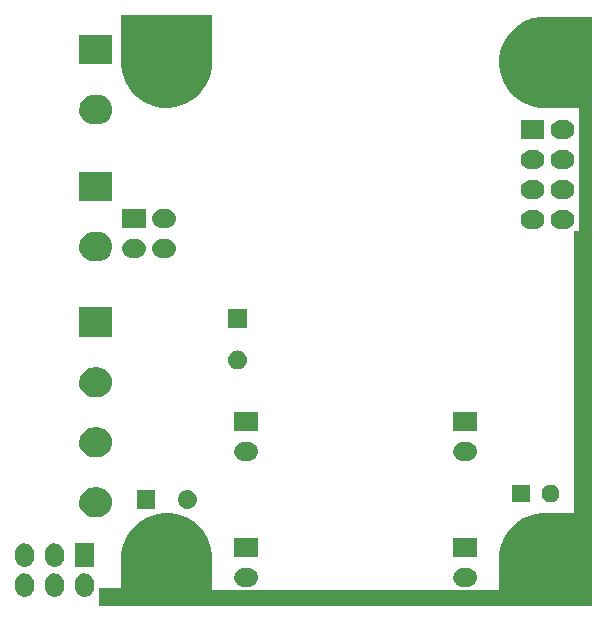
<source format=gbs>
G04 #@! TF.FileFunction,Soldermask,Bot*
%FSLAX46Y46*%
G04 Gerber Fmt 4.6, Leading zero omitted, Abs format (unit mm)*
G04 Created by KiCad (PCBNEW 4.0.0-rc1-stable) date 2016-02-04 20:32:03*
%MOMM*%
G01*
G04 APERTURE LIST*
%ADD10C,0.100000*%
G04 APERTURE END LIST*
D10*
G36*
X96037191Y-50149998D02*
X96037715Y-50150000D01*
X100000000Y-50150000D01*
X100000000Y-100000000D01*
X58250000Y-100000000D01*
X58250000Y-98500000D01*
X60075000Y-98500000D01*
X60095895Y-98497031D01*
X60115135Y-98488358D01*
X60131197Y-98474668D01*
X60142809Y-98457046D01*
X60149052Y-98436886D01*
X60150000Y-98425000D01*
X60150000Y-96358134D01*
X60148768Y-96344595D01*
X60144937Y-96323720D01*
X60155478Y-95568766D01*
X60312457Y-94830243D01*
X60609893Y-94136272D01*
X61036457Y-93513291D01*
X61575901Y-92985028D01*
X62207675Y-92571607D01*
X62907725Y-92288768D01*
X63649380Y-92147290D01*
X64404381Y-92152562D01*
X65143983Y-92304380D01*
X65840015Y-92596964D01*
X66465958Y-93019169D01*
X66997977Y-93554914D01*
X67415798Y-94183786D01*
X67703515Y-94881840D01*
X67850065Y-95621970D01*
X67850065Y-95621977D01*
X67850166Y-95622488D01*
X67845254Y-95974281D01*
X67846447Y-95988112D01*
X67848684Y-96000000D01*
X67850000Y-96000000D01*
X67850000Y-98575000D01*
X67852969Y-98595895D01*
X67861642Y-98615135D01*
X67875332Y-98631197D01*
X67892954Y-98642809D01*
X67913114Y-98649052D01*
X67925000Y-98650000D01*
X92075000Y-98650000D01*
X92095895Y-98647031D01*
X92115135Y-98638358D01*
X92131197Y-98624668D01*
X92142809Y-98607046D01*
X92149052Y-98586886D01*
X92150000Y-98575000D01*
X92150000Y-96358134D01*
X92148768Y-96344595D01*
X92144937Y-96323720D01*
X92155478Y-95568766D01*
X92312457Y-94830243D01*
X92609893Y-94136272D01*
X93036457Y-93513291D01*
X93575901Y-92985028D01*
X94207675Y-92571607D01*
X94907725Y-92288768D01*
X95649380Y-92147290D01*
X96037191Y-92149998D01*
X96037715Y-92150000D01*
X98425000Y-92150000D01*
X98445895Y-92147031D01*
X98465135Y-92138358D01*
X98481197Y-92124668D01*
X98492809Y-92107046D01*
X98499052Y-92086886D01*
X98500000Y-92075000D01*
X98500000Y-68300000D01*
X98875000Y-68300000D01*
X98895895Y-68297031D01*
X98915135Y-68288358D01*
X98931197Y-68274668D01*
X98942809Y-68257046D01*
X98949052Y-68236886D01*
X98950000Y-68225000D01*
X98950000Y-57952675D01*
X98947031Y-57931780D01*
X98938358Y-57912540D01*
X98924668Y-57896478D01*
X98907046Y-57884866D01*
X98886886Y-57878623D01*
X98875000Y-57877675D01*
X96000000Y-57877675D01*
X96000000Y-57875868D01*
X95996963Y-57873793D01*
X95992200Y-57868285D01*
X95974495Y-57856798D01*
X95944505Y-57849850D01*
X95541934Y-57841417D01*
X94804528Y-57679287D01*
X94112653Y-57377015D01*
X93492660Y-56946109D01*
X92968182Y-56402995D01*
X92559174Y-55768340D01*
X92281234Y-55066342D01*
X92144937Y-54323720D01*
X92155478Y-53568766D01*
X92312457Y-52830243D01*
X92609893Y-52136272D01*
X93036457Y-51513291D01*
X93575901Y-50985028D01*
X94207675Y-50571607D01*
X94907725Y-50288768D01*
X95649380Y-50147290D01*
X96037191Y-50149998D01*
X96037191Y-50149998D01*
G37*
G36*
X52120789Y-97281491D02*
X52120800Y-97281495D01*
X52120862Y-97281501D01*
X52270012Y-97327670D01*
X52407354Y-97401931D01*
X52527657Y-97501454D01*
X52626337Y-97622448D01*
X52699637Y-97760305D01*
X52744764Y-97909774D01*
X52760000Y-98065161D01*
X52760000Y-98474966D01*
X52759944Y-98482959D01*
X52759943Y-98482966D01*
X52759922Y-98486009D01*
X52742518Y-98641168D01*
X52695308Y-98789993D01*
X52620091Y-98926813D01*
X52519731Y-99046417D01*
X52398051Y-99144250D01*
X52259685Y-99216586D01*
X52109905Y-99260669D01*
X52109848Y-99260674D01*
X52109835Y-99260678D01*
X51954418Y-99274822D01*
X51799211Y-99258509D01*
X51799200Y-99258505D01*
X51799138Y-99258499D01*
X51649988Y-99212330D01*
X51512646Y-99138069D01*
X51392343Y-99038546D01*
X51293663Y-98917552D01*
X51220363Y-98779695D01*
X51175236Y-98630226D01*
X51160000Y-98474839D01*
X51160000Y-98065034D01*
X51160056Y-98057041D01*
X51160057Y-98057034D01*
X51160078Y-98053991D01*
X51177482Y-97898832D01*
X51224692Y-97750007D01*
X51299909Y-97613187D01*
X51400269Y-97493583D01*
X51521949Y-97395750D01*
X51660315Y-97323414D01*
X51810095Y-97279331D01*
X51810152Y-97279326D01*
X51810165Y-97279322D01*
X51965582Y-97265178D01*
X52120789Y-97281491D01*
X52120789Y-97281491D01*
G37*
G36*
X54660789Y-97281491D02*
X54660800Y-97281495D01*
X54660862Y-97281501D01*
X54810012Y-97327670D01*
X54947354Y-97401931D01*
X55067657Y-97501454D01*
X55166337Y-97622448D01*
X55239637Y-97760305D01*
X55284764Y-97909774D01*
X55300000Y-98065161D01*
X55300000Y-98474966D01*
X55299944Y-98482959D01*
X55299943Y-98482966D01*
X55299922Y-98486009D01*
X55282518Y-98641168D01*
X55235308Y-98789993D01*
X55160091Y-98926813D01*
X55059731Y-99046417D01*
X54938051Y-99144250D01*
X54799685Y-99216586D01*
X54649905Y-99260669D01*
X54649848Y-99260674D01*
X54649835Y-99260678D01*
X54494418Y-99274822D01*
X54339211Y-99258509D01*
X54339200Y-99258505D01*
X54339138Y-99258499D01*
X54189988Y-99212330D01*
X54052646Y-99138069D01*
X53932343Y-99038546D01*
X53833663Y-98917552D01*
X53760363Y-98779695D01*
X53715236Y-98630226D01*
X53700000Y-98474839D01*
X53700000Y-98065034D01*
X53700056Y-98057041D01*
X53700057Y-98057034D01*
X53700078Y-98053991D01*
X53717482Y-97898832D01*
X53764692Y-97750007D01*
X53839909Y-97613187D01*
X53940269Y-97493583D01*
X54061949Y-97395750D01*
X54200315Y-97323414D01*
X54350095Y-97279331D01*
X54350152Y-97279326D01*
X54350165Y-97279322D01*
X54505582Y-97265178D01*
X54660789Y-97281491D01*
X54660789Y-97281491D01*
G37*
G36*
X57200789Y-97281491D02*
X57200800Y-97281495D01*
X57200862Y-97281501D01*
X57350012Y-97327670D01*
X57487354Y-97401931D01*
X57607657Y-97501454D01*
X57706337Y-97622448D01*
X57779637Y-97760305D01*
X57824764Y-97909774D01*
X57840000Y-98065161D01*
X57840000Y-98474966D01*
X57839944Y-98482959D01*
X57839943Y-98482966D01*
X57839922Y-98486009D01*
X57822518Y-98641168D01*
X57775308Y-98789993D01*
X57700091Y-98926813D01*
X57599731Y-99046417D01*
X57478051Y-99144250D01*
X57339685Y-99216586D01*
X57189905Y-99260669D01*
X57189848Y-99260674D01*
X57189835Y-99260678D01*
X57034418Y-99274822D01*
X56879211Y-99258509D01*
X56879200Y-99258505D01*
X56879138Y-99258499D01*
X56729988Y-99212330D01*
X56592646Y-99138069D01*
X56472343Y-99038546D01*
X56373663Y-98917552D01*
X56300363Y-98779695D01*
X56255236Y-98630226D01*
X56240000Y-98474839D01*
X56240000Y-98065034D01*
X56240056Y-98057041D01*
X56240057Y-98057034D01*
X56240078Y-98053991D01*
X56257482Y-97898832D01*
X56304692Y-97750007D01*
X56379909Y-97613187D01*
X56480269Y-97493583D01*
X56601949Y-97395750D01*
X56740315Y-97323414D01*
X56890095Y-97279331D01*
X56890152Y-97279326D01*
X56890165Y-97279322D01*
X57045582Y-97265178D01*
X57200789Y-97281491D01*
X57200789Y-97281491D01*
G37*
G36*
X70941959Y-96804056D02*
X70941966Y-96804057D01*
X70945009Y-96804078D01*
X71100168Y-96821482D01*
X71248993Y-96868692D01*
X71385813Y-96943909D01*
X71505417Y-97044269D01*
X71603250Y-97165949D01*
X71675586Y-97304315D01*
X71719669Y-97454095D01*
X71719674Y-97454152D01*
X71719678Y-97454165D01*
X71733822Y-97609582D01*
X71717509Y-97764789D01*
X71717505Y-97764800D01*
X71717499Y-97764862D01*
X71671330Y-97914012D01*
X71597069Y-98051354D01*
X71497546Y-98171657D01*
X71376552Y-98270337D01*
X71238695Y-98343637D01*
X71089226Y-98388764D01*
X70933839Y-98404000D01*
X70524034Y-98404000D01*
X70516041Y-98403944D01*
X70516034Y-98403943D01*
X70512991Y-98403922D01*
X70357832Y-98386518D01*
X70209007Y-98339308D01*
X70072187Y-98264091D01*
X69952583Y-98163731D01*
X69854750Y-98042051D01*
X69782414Y-97903685D01*
X69738331Y-97753905D01*
X69738326Y-97753848D01*
X69738322Y-97753835D01*
X69724178Y-97598418D01*
X69740491Y-97443211D01*
X69740495Y-97443200D01*
X69740501Y-97443138D01*
X69786670Y-97293988D01*
X69860931Y-97156646D01*
X69960454Y-97036343D01*
X70081448Y-96937663D01*
X70219305Y-96864363D01*
X70368774Y-96819236D01*
X70524161Y-96804000D01*
X70933966Y-96804000D01*
X70941959Y-96804056D01*
X70941959Y-96804056D01*
G37*
G36*
X89483959Y-96804056D02*
X89483966Y-96804057D01*
X89487009Y-96804078D01*
X89642168Y-96821482D01*
X89790993Y-96868692D01*
X89927813Y-96943909D01*
X90047417Y-97044269D01*
X90145250Y-97165949D01*
X90217586Y-97304315D01*
X90261669Y-97454095D01*
X90261674Y-97454152D01*
X90261678Y-97454165D01*
X90275822Y-97609582D01*
X90259509Y-97764789D01*
X90259505Y-97764800D01*
X90259499Y-97764862D01*
X90213330Y-97914012D01*
X90139069Y-98051354D01*
X90039546Y-98171657D01*
X89918552Y-98270337D01*
X89780695Y-98343637D01*
X89631226Y-98388764D01*
X89475839Y-98404000D01*
X89066034Y-98404000D01*
X89058041Y-98403944D01*
X89058034Y-98403943D01*
X89054991Y-98403922D01*
X88899832Y-98386518D01*
X88751007Y-98339308D01*
X88614187Y-98264091D01*
X88494583Y-98163731D01*
X88396750Y-98042051D01*
X88324414Y-97903685D01*
X88280331Y-97753905D01*
X88280326Y-97753848D01*
X88280322Y-97753835D01*
X88266178Y-97598418D01*
X88282491Y-97443211D01*
X88282495Y-97443200D01*
X88282501Y-97443138D01*
X88328670Y-97293988D01*
X88402931Y-97156646D01*
X88502454Y-97036343D01*
X88623448Y-96937663D01*
X88761305Y-96864363D01*
X88910774Y-96819236D01*
X89066161Y-96804000D01*
X89475966Y-96804000D01*
X89483959Y-96804056D01*
X89483959Y-96804056D01*
G37*
G36*
X54660789Y-94741491D02*
X54660800Y-94741495D01*
X54660862Y-94741501D01*
X54810012Y-94787670D01*
X54947354Y-94861931D01*
X55067657Y-94961454D01*
X55166337Y-95082448D01*
X55239637Y-95220305D01*
X55284764Y-95369774D01*
X55300000Y-95525161D01*
X55300000Y-95934966D01*
X55299944Y-95942959D01*
X55299943Y-95942966D01*
X55299922Y-95946009D01*
X55282518Y-96101168D01*
X55235308Y-96249993D01*
X55160091Y-96386813D01*
X55059731Y-96506417D01*
X54938051Y-96604250D01*
X54799685Y-96676586D01*
X54649905Y-96720669D01*
X54649848Y-96720674D01*
X54649835Y-96720678D01*
X54494418Y-96734822D01*
X54339211Y-96718509D01*
X54339200Y-96718505D01*
X54339138Y-96718499D01*
X54189988Y-96672330D01*
X54052646Y-96598069D01*
X53932343Y-96498546D01*
X53833663Y-96377552D01*
X53760363Y-96239695D01*
X53715236Y-96090226D01*
X53700000Y-95934839D01*
X53700000Y-95525034D01*
X53700056Y-95517041D01*
X53700057Y-95517034D01*
X53700078Y-95513991D01*
X53717482Y-95358832D01*
X53764692Y-95210007D01*
X53839909Y-95073187D01*
X53940269Y-94953583D01*
X54061949Y-94855750D01*
X54200315Y-94783414D01*
X54350095Y-94739331D01*
X54350152Y-94739326D01*
X54350165Y-94739322D01*
X54505582Y-94725178D01*
X54660789Y-94741491D01*
X54660789Y-94741491D01*
G37*
G36*
X52120789Y-94741491D02*
X52120800Y-94741495D01*
X52120862Y-94741501D01*
X52270012Y-94787670D01*
X52407354Y-94861931D01*
X52527657Y-94961454D01*
X52626337Y-95082448D01*
X52699637Y-95220305D01*
X52744764Y-95369774D01*
X52760000Y-95525161D01*
X52760000Y-95934966D01*
X52759944Y-95942959D01*
X52759943Y-95942966D01*
X52759922Y-95946009D01*
X52742518Y-96101168D01*
X52695308Y-96249993D01*
X52620091Y-96386813D01*
X52519731Y-96506417D01*
X52398051Y-96604250D01*
X52259685Y-96676586D01*
X52109905Y-96720669D01*
X52109848Y-96720674D01*
X52109835Y-96720678D01*
X51954418Y-96734822D01*
X51799211Y-96718509D01*
X51799200Y-96718505D01*
X51799138Y-96718499D01*
X51649988Y-96672330D01*
X51512646Y-96598069D01*
X51392343Y-96498546D01*
X51293663Y-96377552D01*
X51220363Y-96239695D01*
X51175236Y-96090226D01*
X51160000Y-95934839D01*
X51160000Y-95525034D01*
X51160056Y-95517041D01*
X51160057Y-95517034D01*
X51160078Y-95513991D01*
X51177482Y-95358832D01*
X51224692Y-95210007D01*
X51299909Y-95073187D01*
X51400269Y-94953583D01*
X51521949Y-94855750D01*
X51660315Y-94783414D01*
X51810095Y-94739331D01*
X51810152Y-94739326D01*
X51810165Y-94739322D01*
X51965582Y-94725178D01*
X52120789Y-94741491D01*
X52120789Y-94741491D01*
G37*
G36*
X57840000Y-96730000D02*
X56240000Y-96730000D01*
X56240000Y-94730000D01*
X57840000Y-94730000D01*
X57840000Y-96730000D01*
X57840000Y-96730000D01*
G37*
G36*
X71729000Y-95864000D02*
X69729000Y-95864000D01*
X69729000Y-94264000D01*
X71729000Y-94264000D01*
X71729000Y-95864000D01*
X71729000Y-95864000D01*
G37*
G36*
X90271000Y-95864000D02*
X88271000Y-95864000D01*
X88271000Y-94264000D01*
X90271000Y-94264000D01*
X90271000Y-95864000D01*
X90271000Y-95864000D01*
G37*
G36*
X58171178Y-89990100D02*
X58171185Y-89990101D01*
X58174227Y-89990122D01*
X58416664Y-90017315D01*
X58649201Y-90091081D01*
X58862983Y-90208608D01*
X59049865Y-90365421D01*
X59202729Y-90555546D01*
X59315754Y-90771742D01*
X59384633Y-91005773D01*
X59384638Y-91005825D01*
X59384644Y-91005846D01*
X59406747Y-91248722D01*
X59381254Y-91491274D01*
X59381249Y-91491290D01*
X59381243Y-91491347D01*
X59309103Y-91724394D01*
X59193071Y-91938991D01*
X59037567Y-92126963D01*
X58848513Y-92281152D01*
X58633112Y-92395683D01*
X58399567Y-92466194D01*
X58156774Y-92490000D01*
X57843099Y-92490000D01*
X57828822Y-92489900D01*
X57828815Y-92489899D01*
X57825773Y-92489878D01*
X57583336Y-92462685D01*
X57350799Y-92388919D01*
X57137017Y-92271392D01*
X56950135Y-92114579D01*
X56797271Y-91924454D01*
X56684246Y-91708258D01*
X56615367Y-91474227D01*
X56615362Y-91474175D01*
X56615356Y-91474154D01*
X56593253Y-91231278D01*
X56618746Y-90988726D01*
X56618751Y-90988710D01*
X56618757Y-90988653D01*
X56690897Y-90755606D01*
X56806929Y-90541009D01*
X56962433Y-90353037D01*
X57151487Y-90198848D01*
X57366888Y-90084317D01*
X57600433Y-90013806D01*
X57843226Y-89990000D01*
X58156901Y-89990000D01*
X58171178Y-89990100D01*
X58171178Y-89990100D01*
G37*
G36*
X65761992Y-90200056D02*
X65761999Y-90200057D01*
X65765041Y-90200078D01*
X65920200Y-90217482D01*
X66069025Y-90264692D01*
X66205845Y-90339909D01*
X66325449Y-90440269D01*
X66423282Y-90561949D01*
X66495618Y-90700315D01*
X66539701Y-90850095D01*
X66539706Y-90850147D01*
X66539711Y-90850165D01*
X66553855Y-91005582D01*
X66537542Y-91160789D01*
X66537537Y-91160805D01*
X66537531Y-91160862D01*
X66491362Y-91310012D01*
X66417101Y-91447354D01*
X66317578Y-91567657D01*
X66196584Y-91666337D01*
X66058727Y-91739637D01*
X65909258Y-91784764D01*
X65753871Y-91800000D01*
X65746001Y-91800000D01*
X65738008Y-91799944D01*
X65738001Y-91799943D01*
X65734959Y-91799922D01*
X65579800Y-91782518D01*
X65430975Y-91735308D01*
X65294155Y-91660091D01*
X65174551Y-91559731D01*
X65076718Y-91438051D01*
X65004382Y-91299685D01*
X64960299Y-91149905D01*
X64960294Y-91149853D01*
X64960289Y-91149835D01*
X64946145Y-90994418D01*
X64962458Y-90839211D01*
X64962463Y-90839195D01*
X64962469Y-90839138D01*
X65008638Y-90689988D01*
X65082899Y-90552646D01*
X65182422Y-90432343D01*
X65303416Y-90333663D01*
X65441273Y-90260363D01*
X65590742Y-90215236D01*
X65746129Y-90200000D01*
X65753999Y-90200000D01*
X65761992Y-90200056D01*
X65761992Y-90200056D01*
G37*
G36*
X63050000Y-91800000D02*
X61450000Y-91800000D01*
X61450000Y-90200000D01*
X63050000Y-90200000D01*
X63050000Y-91800000D01*
X63050000Y-91800000D01*
G37*
G36*
X96511053Y-89750051D02*
X96511060Y-89750052D01*
X96514101Y-89750073D01*
X96659563Y-89766389D01*
X96799085Y-89810648D01*
X96927354Y-89881165D01*
X97039484Y-89975252D01*
X97131202Y-90089328D01*
X97199017Y-90219045D01*
X97240344Y-90359464D01*
X97240349Y-90359514D01*
X97240355Y-90359536D01*
X97253614Y-90505233D01*
X97238322Y-90650735D01*
X97238315Y-90650756D01*
X97238310Y-90650808D01*
X97195026Y-90790637D01*
X97125407Y-90919395D01*
X97032105Y-91032178D01*
X96918673Y-91124691D01*
X96789432Y-91193410D01*
X96649305Y-91235716D01*
X96503629Y-91250000D01*
X96496241Y-91250000D01*
X96488947Y-91249949D01*
X96488940Y-91249948D01*
X96485899Y-91249927D01*
X96340437Y-91233611D01*
X96200915Y-91189352D01*
X96072646Y-91118835D01*
X95960516Y-91024748D01*
X95868798Y-90910672D01*
X95800983Y-90780955D01*
X95759656Y-90640536D01*
X95759651Y-90640486D01*
X95759645Y-90640464D01*
X95746386Y-90494767D01*
X95761678Y-90349265D01*
X95761685Y-90349244D01*
X95761690Y-90349192D01*
X95804974Y-90209363D01*
X95874593Y-90080605D01*
X95967895Y-89967822D01*
X96081327Y-89875309D01*
X96210568Y-89806590D01*
X96350695Y-89764284D01*
X96496371Y-89750000D01*
X96503759Y-89750000D01*
X96511053Y-89750051D01*
X96511053Y-89750051D01*
G37*
G36*
X94750000Y-91250000D02*
X93250000Y-91250000D01*
X93250000Y-89750000D01*
X94750000Y-89750000D01*
X94750000Y-91250000D01*
X94750000Y-91250000D01*
G37*
G36*
X89483959Y-86136056D02*
X89483966Y-86136057D01*
X89487009Y-86136078D01*
X89642168Y-86153482D01*
X89790993Y-86200692D01*
X89927813Y-86275909D01*
X90047417Y-86376269D01*
X90145250Y-86497949D01*
X90217586Y-86636315D01*
X90261669Y-86786095D01*
X90261674Y-86786152D01*
X90261678Y-86786165D01*
X90275822Y-86941582D01*
X90259509Y-87096789D01*
X90259505Y-87096800D01*
X90259499Y-87096862D01*
X90213330Y-87246012D01*
X90139069Y-87383354D01*
X90039546Y-87503657D01*
X89918552Y-87602337D01*
X89780695Y-87675637D01*
X89631226Y-87720764D01*
X89475839Y-87736000D01*
X89066034Y-87736000D01*
X89058041Y-87735944D01*
X89058034Y-87735943D01*
X89054991Y-87735922D01*
X88899832Y-87718518D01*
X88751007Y-87671308D01*
X88614187Y-87596091D01*
X88494583Y-87495731D01*
X88396750Y-87374051D01*
X88324414Y-87235685D01*
X88280331Y-87085905D01*
X88280326Y-87085848D01*
X88280322Y-87085835D01*
X88266178Y-86930418D01*
X88282491Y-86775211D01*
X88282495Y-86775200D01*
X88282501Y-86775138D01*
X88328670Y-86625988D01*
X88402931Y-86488646D01*
X88502454Y-86368343D01*
X88623448Y-86269663D01*
X88761305Y-86196363D01*
X88910774Y-86151236D01*
X89066161Y-86136000D01*
X89475966Y-86136000D01*
X89483959Y-86136056D01*
X89483959Y-86136056D01*
G37*
G36*
X70941959Y-86136056D02*
X70941966Y-86136057D01*
X70945009Y-86136078D01*
X71100168Y-86153482D01*
X71248993Y-86200692D01*
X71385813Y-86275909D01*
X71505417Y-86376269D01*
X71603250Y-86497949D01*
X71675586Y-86636315D01*
X71719669Y-86786095D01*
X71719674Y-86786152D01*
X71719678Y-86786165D01*
X71733822Y-86941582D01*
X71717509Y-87096789D01*
X71717505Y-87096800D01*
X71717499Y-87096862D01*
X71671330Y-87246012D01*
X71597069Y-87383354D01*
X71497546Y-87503657D01*
X71376552Y-87602337D01*
X71238695Y-87675637D01*
X71089226Y-87720764D01*
X70933839Y-87736000D01*
X70524034Y-87736000D01*
X70516041Y-87735944D01*
X70516034Y-87735943D01*
X70512991Y-87735922D01*
X70357832Y-87718518D01*
X70209007Y-87671308D01*
X70072187Y-87596091D01*
X69952583Y-87495731D01*
X69854750Y-87374051D01*
X69782414Y-87235685D01*
X69738331Y-87085905D01*
X69738326Y-87085848D01*
X69738322Y-87085835D01*
X69724178Y-86930418D01*
X69740491Y-86775211D01*
X69740495Y-86775200D01*
X69740501Y-86775138D01*
X69786670Y-86625988D01*
X69860931Y-86488646D01*
X69960454Y-86368343D01*
X70081448Y-86269663D01*
X70219305Y-86196363D01*
X70368774Y-86151236D01*
X70524161Y-86136000D01*
X70933966Y-86136000D01*
X70941959Y-86136056D01*
X70941959Y-86136056D01*
G37*
G36*
X58171178Y-84910100D02*
X58171185Y-84910101D01*
X58174227Y-84910122D01*
X58416664Y-84937315D01*
X58649201Y-85011081D01*
X58862983Y-85128608D01*
X59049865Y-85285421D01*
X59202729Y-85475546D01*
X59315754Y-85691742D01*
X59384633Y-85925773D01*
X59384638Y-85925825D01*
X59384644Y-85925846D01*
X59406747Y-86168722D01*
X59381254Y-86411274D01*
X59381249Y-86411290D01*
X59381243Y-86411347D01*
X59309103Y-86644394D01*
X59193071Y-86858991D01*
X59037567Y-87046963D01*
X58848513Y-87201152D01*
X58633112Y-87315683D01*
X58399567Y-87386194D01*
X58156774Y-87410000D01*
X57843099Y-87410000D01*
X57828822Y-87409900D01*
X57828815Y-87409899D01*
X57825773Y-87409878D01*
X57583336Y-87382685D01*
X57350799Y-87308919D01*
X57137017Y-87191392D01*
X56950135Y-87034579D01*
X56797271Y-86844454D01*
X56684246Y-86628258D01*
X56615367Y-86394227D01*
X56615362Y-86394175D01*
X56615356Y-86394154D01*
X56593253Y-86151278D01*
X56618746Y-85908726D01*
X56618751Y-85908710D01*
X56618757Y-85908653D01*
X56690897Y-85675606D01*
X56806929Y-85461009D01*
X56962433Y-85273037D01*
X57151487Y-85118848D01*
X57366888Y-85004317D01*
X57600433Y-84933806D01*
X57843226Y-84910000D01*
X58156901Y-84910000D01*
X58171178Y-84910100D01*
X58171178Y-84910100D01*
G37*
G36*
X71729000Y-85196000D02*
X69729000Y-85196000D01*
X69729000Y-83596000D01*
X71729000Y-83596000D01*
X71729000Y-85196000D01*
X71729000Y-85196000D01*
G37*
G36*
X90271000Y-85196000D02*
X88271000Y-85196000D01*
X88271000Y-83596000D01*
X90271000Y-83596000D01*
X90271000Y-85196000D01*
X90271000Y-85196000D01*
G37*
G36*
X58171178Y-79830100D02*
X58171185Y-79830101D01*
X58174227Y-79830122D01*
X58416664Y-79857315D01*
X58649201Y-79931081D01*
X58862983Y-80048608D01*
X59049865Y-80205421D01*
X59202729Y-80395546D01*
X59315754Y-80611742D01*
X59384633Y-80845773D01*
X59384638Y-80845825D01*
X59384644Y-80845846D01*
X59406747Y-81088722D01*
X59381254Y-81331274D01*
X59381249Y-81331290D01*
X59381243Y-81331347D01*
X59309103Y-81564394D01*
X59193071Y-81778991D01*
X59037567Y-81966963D01*
X58848513Y-82121152D01*
X58633112Y-82235683D01*
X58399567Y-82306194D01*
X58156774Y-82330000D01*
X57843099Y-82330000D01*
X57828822Y-82329900D01*
X57828815Y-82329899D01*
X57825773Y-82329878D01*
X57583336Y-82302685D01*
X57350799Y-82228919D01*
X57137017Y-82111392D01*
X56950135Y-81954579D01*
X56797271Y-81764454D01*
X56684246Y-81548258D01*
X56615367Y-81314227D01*
X56615362Y-81314175D01*
X56615356Y-81314154D01*
X56593253Y-81071278D01*
X56618746Y-80828726D01*
X56618751Y-80828710D01*
X56618757Y-80828653D01*
X56690897Y-80595606D01*
X56806929Y-80381009D01*
X56962433Y-80193037D01*
X57151487Y-80038848D01*
X57366888Y-79924317D01*
X57600433Y-79853806D01*
X57843226Y-79830000D01*
X58156901Y-79830000D01*
X58171178Y-79830100D01*
X58171178Y-79830100D01*
G37*
G36*
X70160789Y-78412458D02*
X70160805Y-78412463D01*
X70160862Y-78412469D01*
X70310012Y-78458638D01*
X70447354Y-78532899D01*
X70567657Y-78632422D01*
X70666337Y-78753416D01*
X70739637Y-78891273D01*
X70784764Y-79040742D01*
X70800000Y-79196129D01*
X70800000Y-79203999D01*
X70799944Y-79211992D01*
X70799943Y-79211999D01*
X70799922Y-79215041D01*
X70782518Y-79370200D01*
X70735308Y-79519025D01*
X70660091Y-79655845D01*
X70559731Y-79775449D01*
X70438051Y-79873282D01*
X70299685Y-79945618D01*
X70149905Y-79989701D01*
X70149853Y-79989706D01*
X70149835Y-79989711D01*
X69994418Y-80003855D01*
X69839211Y-79987542D01*
X69839195Y-79987537D01*
X69839138Y-79987531D01*
X69689988Y-79941362D01*
X69552646Y-79867101D01*
X69432343Y-79767578D01*
X69333663Y-79646584D01*
X69260363Y-79508727D01*
X69215236Y-79359258D01*
X69200000Y-79203871D01*
X69200000Y-79196001D01*
X69200056Y-79188008D01*
X69200057Y-79188001D01*
X69200078Y-79184959D01*
X69217482Y-79029800D01*
X69264692Y-78880975D01*
X69339909Y-78744155D01*
X69440269Y-78624551D01*
X69561949Y-78526718D01*
X69700315Y-78454382D01*
X69850095Y-78410299D01*
X69850147Y-78410294D01*
X69850165Y-78410289D01*
X70005582Y-78396145D01*
X70160789Y-78412458D01*
X70160789Y-78412458D01*
G37*
G36*
X59400000Y-77250000D02*
X56600000Y-77250000D01*
X56600000Y-74750000D01*
X59400000Y-74750000D01*
X59400000Y-77250000D01*
X59400000Y-77250000D01*
G37*
G36*
X70800000Y-76500000D02*
X69200000Y-76500000D01*
X69200000Y-74900000D01*
X70800000Y-74900000D01*
X70800000Y-76500000D01*
X70800000Y-76500000D01*
G37*
G36*
X58171178Y-68330100D02*
X58171185Y-68330101D01*
X58174227Y-68330122D01*
X58416664Y-68357315D01*
X58649201Y-68431081D01*
X58862983Y-68548608D01*
X59049865Y-68705421D01*
X59202729Y-68895546D01*
X59315754Y-69111742D01*
X59384633Y-69345773D01*
X59384638Y-69345825D01*
X59384644Y-69345846D01*
X59406747Y-69588722D01*
X59381254Y-69831274D01*
X59381249Y-69831290D01*
X59381243Y-69831347D01*
X59309103Y-70064394D01*
X59193071Y-70278991D01*
X59037567Y-70466963D01*
X58848513Y-70621152D01*
X58633112Y-70735683D01*
X58399567Y-70806194D01*
X58156774Y-70830000D01*
X57843099Y-70830000D01*
X57828822Y-70829900D01*
X57828815Y-70829899D01*
X57825773Y-70829878D01*
X57583336Y-70802685D01*
X57350799Y-70728919D01*
X57137017Y-70611392D01*
X56950135Y-70454579D01*
X56797271Y-70264454D01*
X56684246Y-70048258D01*
X56615367Y-69814227D01*
X56615362Y-69814175D01*
X56615356Y-69814154D01*
X56593253Y-69571278D01*
X56618746Y-69328726D01*
X56618751Y-69328710D01*
X56618757Y-69328653D01*
X56690897Y-69095606D01*
X56806929Y-68881009D01*
X56962433Y-68693037D01*
X57151487Y-68538848D01*
X57366888Y-68424317D01*
X57600433Y-68353806D01*
X57843226Y-68330000D01*
X58156901Y-68330000D01*
X58171178Y-68330100D01*
X58171178Y-68330100D01*
G37*
G36*
X63982959Y-68970056D02*
X63982966Y-68970057D01*
X63986009Y-68970078D01*
X64141168Y-68987482D01*
X64289993Y-69034692D01*
X64426813Y-69109909D01*
X64546417Y-69210269D01*
X64644250Y-69331949D01*
X64716586Y-69470315D01*
X64760669Y-69620095D01*
X64760674Y-69620152D01*
X64760678Y-69620165D01*
X64774822Y-69775582D01*
X64758509Y-69930789D01*
X64758505Y-69930800D01*
X64758499Y-69930862D01*
X64712330Y-70080012D01*
X64638069Y-70217354D01*
X64538546Y-70337657D01*
X64417552Y-70436337D01*
X64279695Y-70509637D01*
X64130226Y-70554764D01*
X63974839Y-70570000D01*
X63565034Y-70570000D01*
X63557041Y-70569944D01*
X63557034Y-70569943D01*
X63553991Y-70569922D01*
X63398832Y-70552518D01*
X63250007Y-70505308D01*
X63113187Y-70430091D01*
X62993583Y-70329731D01*
X62895750Y-70208051D01*
X62823414Y-70069685D01*
X62779331Y-69919905D01*
X62779326Y-69919848D01*
X62779322Y-69919835D01*
X62765178Y-69764418D01*
X62781491Y-69609211D01*
X62781495Y-69609200D01*
X62781501Y-69609138D01*
X62827670Y-69459988D01*
X62901931Y-69322646D01*
X63001454Y-69202343D01*
X63122448Y-69103663D01*
X63260305Y-69030363D01*
X63409774Y-68985236D01*
X63565161Y-68970000D01*
X63974966Y-68970000D01*
X63982959Y-68970056D01*
X63982959Y-68970056D01*
G37*
G36*
X61442959Y-68970056D02*
X61442966Y-68970057D01*
X61446009Y-68970078D01*
X61601168Y-68987482D01*
X61749993Y-69034692D01*
X61886813Y-69109909D01*
X62006417Y-69210269D01*
X62104250Y-69331949D01*
X62176586Y-69470315D01*
X62220669Y-69620095D01*
X62220674Y-69620152D01*
X62220678Y-69620165D01*
X62234822Y-69775582D01*
X62218509Y-69930789D01*
X62218505Y-69930800D01*
X62218499Y-69930862D01*
X62172330Y-70080012D01*
X62098069Y-70217354D01*
X61998546Y-70337657D01*
X61877552Y-70436337D01*
X61739695Y-70509637D01*
X61590226Y-70554764D01*
X61434839Y-70570000D01*
X61025034Y-70570000D01*
X61017041Y-70569944D01*
X61017034Y-70569943D01*
X61013991Y-70569922D01*
X60858832Y-70552518D01*
X60710007Y-70505308D01*
X60573187Y-70430091D01*
X60453583Y-70329731D01*
X60355750Y-70208051D01*
X60283414Y-70069685D01*
X60239331Y-69919905D01*
X60239326Y-69919848D01*
X60239322Y-69919835D01*
X60225178Y-69764418D01*
X60241491Y-69609211D01*
X60241495Y-69609200D01*
X60241501Y-69609138D01*
X60287670Y-69459988D01*
X60361931Y-69322646D01*
X60461454Y-69202343D01*
X60582448Y-69103663D01*
X60720305Y-69030363D01*
X60869774Y-68985236D01*
X61025161Y-68970000D01*
X61434966Y-68970000D01*
X61442959Y-68970056D01*
X61442959Y-68970056D01*
G37*
G36*
X95192959Y-66510056D02*
X95192966Y-66510057D01*
X95196009Y-66510078D01*
X95351168Y-66527482D01*
X95499993Y-66574692D01*
X95636813Y-66649909D01*
X95756417Y-66750269D01*
X95854250Y-66871949D01*
X95926586Y-67010315D01*
X95970669Y-67160095D01*
X95970674Y-67160152D01*
X95970678Y-67160165D01*
X95984822Y-67315582D01*
X95968509Y-67470789D01*
X95968505Y-67470800D01*
X95968499Y-67470862D01*
X95922330Y-67620012D01*
X95848069Y-67757354D01*
X95748546Y-67877657D01*
X95627552Y-67976337D01*
X95489695Y-68049637D01*
X95340226Y-68094764D01*
X95184839Y-68110000D01*
X94775034Y-68110000D01*
X94767041Y-68109944D01*
X94767034Y-68109943D01*
X94763991Y-68109922D01*
X94608832Y-68092518D01*
X94460007Y-68045308D01*
X94323187Y-67970091D01*
X94203583Y-67869731D01*
X94105750Y-67748051D01*
X94033414Y-67609685D01*
X93989331Y-67459905D01*
X93989326Y-67459848D01*
X93989322Y-67459835D01*
X93975178Y-67304418D01*
X93991491Y-67149211D01*
X93991495Y-67149200D01*
X93991501Y-67149138D01*
X94037670Y-66999988D01*
X94111931Y-66862646D01*
X94211454Y-66742343D01*
X94332448Y-66643663D01*
X94470305Y-66570363D01*
X94619774Y-66525236D01*
X94775161Y-66510000D01*
X95184966Y-66510000D01*
X95192959Y-66510056D01*
X95192959Y-66510056D01*
G37*
G36*
X97732959Y-66510056D02*
X97732966Y-66510057D01*
X97736009Y-66510078D01*
X97891168Y-66527482D01*
X98039993Y-66574692D01*
X98176813Y-66649909D01*
X98296417Y-66750269D01*
X98394250Y-66871949D01*
X98466586Y-67010315D01*
X98510669Y-67160095D01*
X98510674Y-67160152D01*
X98510678Y-67160165D01*
X98524822Y-67315582D01*
X98508509Y-67470789D01*
X98508505Y-67470800D01*
X98508499Y-67470862D01*
X98462330Y-67620012D01*
X98388069Y-67757354D01*
X98288546Y-67877657D01*
X98167552Y-67976337D01*
X98029695Y-68049637D01*
X97880226Y-68094764D01*
X97724839Y-68110000D01*
X97315034Y-68110000D01*
X97307041Y-68109944D01*
X97307034Y-68109943D01*
X97303991Y-68109922D01*
X97148832Y-68092518D01*
X97000007Y-68045308D01*
X96863187Y-67970091D01*
X96743583Y-67869731D01*
X96645750Y-67748051D01*
X96573414Y-67609685D01*
X96529331Y-67459905D01*
X96529326Y-67459848D01*
X96529322Y-67459835D01*
X96515178Y-67304418D01*
X96531491Y-67149211D01*
X96531495Y-67149200D01*
X96531501Y-67149138D01*
X96577670Y-66999988D01*
X96651931Y-66862646D01*
X96751454Y-66742343D01*
X96872448Y-66643663D01*
X97010305Y-66570363D01*
X97159774Y-66525236D01*
X97315161Y-66510000D01*
X97724966Y-66510000D01*
X97732959Y-66510056D01*
X97732959Y-66510056D01*
G37*
G36*
X62230000Y-68030000D02*
X60230000Y-68030000D01*
X60230000Y-66430000D01*
X62230000Y-66430000D01*
X62230000Y-68030000D01*
X62230000Y-68030000D01*
G37*
G36*
X63982959Y-66430056D02*
X63982966Y-66430057D01*
X63986009Y-66430078D01*
X64141168Y-66447482D01*
X64289993Y-66494692D01*
X64426813Y-66569909D01*
X64546417Y-66670269D01*
X64644250Y-66791949D01*
X64716586Y-66930315D01*
X64760669Y-67080095D01*
X64760674Y-67080152D01*
X64760678Y-67080165D01*
X64774822Y-67235582D01*
X64758509Y-67390789D01*
X64758505Y-67390800D01*
X64758499Y-67390862D01*
X64712330Y-67540012D01*
X64638069Y-67677354D01*
X64538546Y-67797657D01*
X64417552Y-67896337D01*
X64279695Y-67969637D01*
X64130226Y-68014764D01*
X63974839Y-68030000D01*
X63565034Y-68030000D01*
X63557041Y-68029944D01*
X63557034Y-68029943D01*
X63553991Y-68029922D01*
X63398832Y-68012518D01*
X63250007Y-67965308D01*
X63113187Y-67890091D01*
X62993583Y-67789731D01*
X62895750Y-67668051D01*
X62823414Y-67529685D01*
X62779331Y-67379905D01*
X62779326Y-67379848D01*
X62779322Y-67379835D01*
X62765178Y-67224418D01*
X62781491Y-67069211D01*
X62781495Y-67069200D01*
X62781501Y-67069138D01*
X62827670Y-66919988D01*
X62901931Y-66782646D01*
X63001454Y-66662343D01*
X63122448Y-66563663D01*
X63260305Y-66490363D01*
X63409774Y-66445236D01*
X63565161Y-66430000D01*
X63974966Y-66430000D01*
X63982959Y-66430056D01*
X63982959Y-66430056D01*
G37*
G36*
X59400000Y-65750000D02*
X56600000Y-65750000D01*
X56600000Y-63250000D01*
X59400000Y-63250000D01*
X59400000Y-65750000D01*
X59400000Y-65750000D01*
G37*
G36*
X95192959Y-63970056D02*
X95192966Y-63970057D01*
X95196009Y-63970078D01*
X95351168Y-63987482D01*
X95499993Y-64034692D01*
X95636813Y-64109909D01*
X95756417Y-64210269D01*
X95854250Y-64331949D01*
X95926586Y-64470315D01*
X95970669Y-64620095D01*
X95970674Y-64620152D01*
X95970678Y-64620165D01*
X95984822Y-64775582D01*
X95968509Y-64930789D01*
X95968505Y-64930800D01*
X95968499Y-64930862D01*
X95922330Y-65080012D01*
X95848069Y-65217354D01*
X95748546Y-65337657D01*
X95627552Y-65436337D01*
X95489695Y-65509637D01*
X95340226Y-65554764D01*
X95184839Y-65570000D01*
X94775034Y-65570000D01*
X94767041Y-65569944D01*
X94767034Y-65569943D01*
X94763991Y-65569922D01*
X94608832Y-65552518D01*
X94460007Y-65505308D01*
X94323187Y-65430091D01*
X94203583Y-65329731D01*
X94105750Y-65208051D01*
X94033414Y-65069685D01*
X93989331Y-64919905D01*
X93989326Y-64919848D01*
X93989322Y-64919835D01*
X93975178Y-64764418D01*
X93991491Y-64609211D01*
X93991495Y-64609200D01*
X93991501Y-64609138D01*
X94037670Y-64459988D01*
X94111931Y-64322646D01*
X94211454Y-64202343D01*
X94332448Y-64103663D01*
X94470305Y-64030363D01*
X94619774Y-63985236D01*
X94775161Y-63970000D01*
X95184966Y-63970000D01*
X95192959Y-63970056D01*
X95192959Y-63970056D01*
G37*
G36*
X97732959Y-63970056D02*
X97732966Y-63970057D01*
X97736009Y-63970078D01*
X97891168Y-63987482D01*
X98039993Y-64034692D01*
X98176813Y-64109909D01*
X98296417Y-64210269D01*
X98394250Y-64331949D01*
X98466586Y-64470315D01*
X98510669Y-64620095D01*
X98510674Y-64620152D01*
X98510678Y-64620165D01*
X98524822Y-64775582D01*
X98508509Y-64930789D01*
X98508505Y-64930800D01*
X98508499Y-64930862D01*
X98462330Y-65080012D01*
X98388069Y-65217354D01*
X98288546Y-65337657D01*
X98167552Y-65436337D01*
X98029695Y-65509637D01*
X97880226Y-65554764D01*
X97724839Y-65570000D01*
X97315034Y-65570000D01*
X97307041Y-65569944D01*
X97307034Y-65569943D01*
X97303991Y-65569922D01*
X97148832Y-65552518D01*
X97000007Y-65505308D01*
X96863187Y-65430091D01*
X96743583Y-65329731D01*
X96645750Y-65208051D01*
X96573414Y-65069685D01*
X96529331Y-64919905D01*
X96529326Y-64919848D01*
X96529322Y-64919835D01*
X96515178Y-64764418D01*
X96531491Y-64609211D01*
X96531495Y-64609200D01*
X96531501Y-64609138D01*
X96577670Y-64459988D01*
X96651931Y-64322646D01*
X96751454Y-64202343D01*
X96872448Y-64103663D01*
X97010305Y-64030363D01*
X97159774Y-63985236D01*
X97315161Y-63970000D01*
X97724966Y-63970000D01*
X97732959Y-63970056D01*
X97732959Y-63970056D01*
G37*
G36*
X97732959Y-61430056D02*
X97732966Y-61430057D01*
X97736009Y-61430078D01*
X97891168Y-61447482D01*
X98039993Y-61494692D01*
X98176813Y-61569909D01*
X98296417Y-61670269D01*
X98394250Y-61791949D01*
X98466586Y-61930315D01*
X98510669Y-62080095D01*
X98510674Y-62080152D01*
X98510678Y-62080165D01*
X98524822Y-62235582D01*
X98508509Y-62390789D01*
X98508505Y-62390800D01*
X98508499Y-62390862D01*
X98462330Y-62540012D01*
X98388069Y-62677354D01*
X98288546Y-62797657D01*
X98167552Y-62896337D01*
X98029695Y-62969637D01*
X97880226Y-63014764D01*
X97724839Y-63030000D01*
X97315034Y-63030000D01*
X97307041Y-63029944D01*
X97307034Y-63029943D01*
X97303991Y-63029922D01*
X97148832Y-63012518D01*
X97000007Y-62965308D01*
X96863187Y-62890091D01*
X96743583Y-62789731D01*
X96645750Y-62668051D01*
X96573414Y-62529685D01*
X96529331Y-62379905D01*
X96529326Y-62379848D01*
X96529322Y-62379835D01*
X96515178Y-62224418D01*
X96531491Y-62069211D01*
X96531495Y-62069200D01*
X96531501Y-62069138D01*
X96577670Y-61919988D01*
X96651931Y-61782646D01*
X96751454Y-61662343D01*
X96872448Y-61563663D01*
X97010305Y-61490363D01*
X97159774Y-61445236D01*
X97315161Y-61430000D01*
X97724966Y-61430000D01*
X97732959Y-61430056D01*
X97732959Y-61430056D01*
G37*
G36*
X95192959Y-61430056D02*
X95192966Y-61430057D01*
X95196009Y-61430078D01*
X95351168Y-61447482D01*
X95499993Y-61494692D01*
X95636813Y-61569909D01*
X95756417Y-61670269D01*
X95854250Y-61791949D01*
X95926586Y-61930315D01*
X95970669Y-62080095D01*
X95970674Y-62080152D01*
X95970678Y-62080165D01*
X95984822Y-62235582D01*
X95968509Y-62390789D01*
X95968505Y-62390800D01*
X95968499Y-62390862D01*
X95922330Y-62540012D01*
X95848069Y-62677354D01*
X95748546Y-62797657D01*
X95627552Y-62896337D01*
X95489695Y-62969637D01*
X95340226Y-63014764D01*
X95184839Y-63030000D01*
X94775034Y-63030000D01*
X94767041Y-63029944D01*
X94767034Y-63029943D01*
X94763991Y-63029922D01*
X94608832Y-63012518D01*
X94460007Y-62965308D01*
X94323187Y-62890091D01*
X94203583Y-62789731D01*
X94105750Y-62668051D01*
X94033414Y-62529685D01*
X93989331Y-62379905D01*
X93989326Y-62379848D01*
X93989322Y-62379835D01*
X93975178Y-62224418D01*
X93991491Y-62069211D01*
X93991495Y-62069200D01*
X93991501Y-62069138D01*
X94037670Y-61919988D01*
X94111931Y-61782646D01*
X94211454Y-61662343D01*
X94332448Y-61563663D01*
X94470305Y-61490363D01*
X94619774Y-61445236D01*
X94775161Y-61430000D01*
X95184966Y-61430000D01*
X95192959Y-61430056D01*
X95192959Y-61430056D01*
G37*
G36*
X97732959Y-58890056D02*
X97732966Y-58890057D01*
X97736009Y-58890078D01*
X97891168Y-58907482D01*
X98039993Y-58954692D01*
X98176813Y-59029909D01*
X98296417Y-59130269D01*
X98394250Y-59251949D01*
X98466586Y-59390315D01*
X98510669Y-59540095D01*
X98510674Y-59540152D01*
X98510678Y-59540165D01*
X98524822Y-59695582D01*
X98508509Y-59850789D01*
X98508505Y-59850800D01*
X98508499Y-59850862D01*
X98462330Y-60000012D01*
X98388069Y-60137354D01*
X98288546Y-60257657D01*
X98167552Y-60356337D01*
X98029695Y-60429637D01*
X97880226Y-60474764D01*
X97724839Y-60490000D01*
X97315034Y-60490000D01*
X97307041Y-60489944D01*
X97307034Y-60489943D01*
X97303991Y-60489922D01*
X97148832Y-60472518D01*
X97000007Y-60425308D01*
X96863187Y-60350091D01*
X96743583Y-60249731D01*
X96645750Y-60128051D01*
X96573414Y-59989685D01*
X96529331Y-59839905D01*
X96529326Y-59839848D01*
X96529322Y-59839835D01*
X96515178Y-59684418D01*
X96531491Y-59529211D01*
X96531495Y-59529200D01*
X96531501Y-59529138D01*
X96577670Y-59379988D01*
X96651931Y-59242646D01*
X96751454Y-59122343D01*
X96872448Y-59023663D01*
X97010305Y-58950363D01*
X97159774Y-58905236D01*
X97315161Y-58890000D01*
X97724966Y-58890000D01*
X97732959Y-58890056D01*
X97732959Y-58890056D01*
G37*
G36*
X95980000Y-60490000D02*
X93980000Y-60490000D01*
X93980000Y-58890000D01*
X95980000Y-58890000D01*
X95980000Y-60490000D01*
X95980000Y-60490000D01*
G37*
G36*
X58171178Y-56750100D02*
X58171185Y-56750101D01*
X58174227Y-56750122D01*
X58416664Y-56777315D01*
X58649201Y-56851081D01*
X58862983Y-56968608D01*
X59049865Y-57125421D01*
X59202729Y-57315546D01*
X59315754Y-57531742D01*
X59384633Y-57765773D01*
X59384638Y-57765825D01*
X59384644Y-57765846D01*
X59406747Y-58008722D01*
X59381254Y-58251274D01*
X59381249Y-58251290D01*
X59381243Y-58251347D01*
X59309103Y-58484394D01*
X59193071Y-58698991D01*
X59037567Y-58886963D01*
X58848513Y-59041152D01*
X58633112Y-59155683D01*
X58399567Y-59226194D01*
X58156774Y-59250000D01*
X57843099Y-59250000D01*
X57828822Y-59249900D01*
X57828815Y-59249899D01*
X57825773Y-59249878D01*
X57583336Y-59222685D01*
X57350799Y-59148919D01*
X57137017Y-59031392D01*
X56950135Y-58874579D01*
X56797271Y-58684454D01*
X56684246Y-58468258D01*
X56615367Y-58234227D01*
X56615362Y-58234175D01*
X56615356Y-58234154D01*
X56593253Y-57991278D01*
X56618746Y-57748726D01*
X56618751Y-57748710D01*
X56618757Y-57748653D01*
X56690897Y-57515606D01*
X56806929Y-57301009D01*
X56962433Y-57113037D01*
X57151487Y-56958848D01*
X57366888Y-56844317D01*
X57600433Y-56773806D01*
X57843226Y-56750000D01*
X58156901Y-56750000D01*
X58171178Y-56750100D01*
X58171178Y-56750100D01*
G37*
G36*
X67850000Y-53614286D02*
X67850151Y-53615823D01*
X67850065Y-53621977D01*
X67850166Y-53622488D01*
X67850000Y-53634376D01*
X67850000Y-54000000D01*
X67848477Y-54000000D01*
X67845900Y-54012727D01*
X67844540Y-54025403D01*
X67838124Y-54484868D01*
X67838008Y-54485378D01*
X67838008Y-54485386D01*
X67670851Y-55221129D01*
X67363755Y-55910879D01*
X66928535Y-56527844D01*
X66381769Y-57048521D01*
X65744276Y-57453086D01*
X65040355Y-57726119D01*
X64296797Y-57857229D01*
X63541934Y-57841417D01*
X62804528Y-57679287D01*
X62112653Y-57377015D01*
X61492660Y-56946109D01*
X60968182Y-56402995D01*
X60559174Y-55768340D01*
X60281234Y-55066342D01*
X60144937Y-54323720D01*
X60149993Y-53961605D01*
X60150000Y-53960558D01*
X60150000Y-50000000D01*
X67850000Y-50000000D01*
X67850000Y-53614286D01*
X67850000Y-53614286D01*
G37*
G36*
X59400000Y-54170000D02*
X56600000Y-54170000D01*
X56600000Y-51670000D01*
X59400000Y-51670000D01*
X59400000Y-54170000D01*
X59400000Y-54170000D01*
G37*
M02*

</source>
